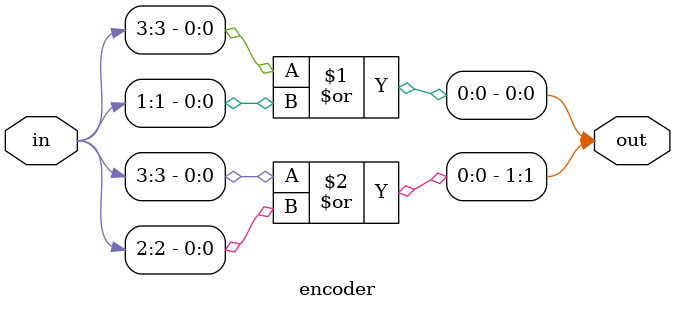
<source format=v>
module encoder (input wire [3:0] in, output wire [1:0] out); // 4 to 2 decoder
    // following the table
    assign out[0] = in[3] | in[1];
    assign out[1] = in[3] | in[2];
endmodule

/* One hot decoder/encoder
A B | F3 F2 F1 F0
0 0 |  0  0  0  1
0 1 |  0  0  1  0
1 0 |  0  1  0  0
1 1 |  1  0  0  0
*/

</source>
